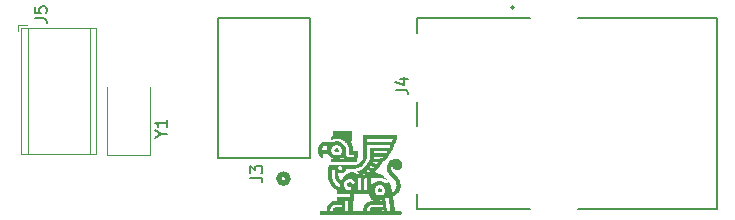
<source format=gto>
%TF.GenerationSoftware,KiCad,Pcbnew,8.0.0*%
%TF.CreationDate,2024-03-13T21:01:22-04:00*%
%TF.ProjectId,pico-ethernet,7069636f-2d65-4746-9865-726e65742e6b,rev?*%
%TF.SameCoordinates,Original*%
%TF.FileFunction,Legend,Top*%
%TF.FilePolarity,Positive*%
%FSLAX46Y46*%
G04 Gerber Fmt 4.6, Leading zero omitted, Abs format (unit mm)*
G04 Created by KiCad (PCBNEW 8.0.0) date 2024-03-13 21:01:22*
%MOMM*%
%LPD*%
G01*
G04 APERTURE LIST*
%ADD10C,0.150000*%
%ADD11C,0.120000*%
%ADD12C,0.127000*%
%ADD13C,0.200000*%
%ADD14C,0.000000*%
%ADD15C,0.152400*%
%ADD16C,0.508000*%
G04 APERTURE END LIST*
D10*
X140204819Y-113833333D02*
X140919104Y-113833333D01*
X140919104Y-113833333D02*
X141061961Y-113880952D01*
X141061961Y-113880952D02*
X141157200Y-113976190D01*
X141157200Y-113976190D02*
X141204819Y-114119047D01*
X141204819Y-114119047D02*
X141204819Y-114214285D01*
X140204819Y-112880952D02*
X140204819Y-113357142D01*
X140204819Y-113357142D02*
X140681009Y-113404761D01*
X140681009Y-113404761D02*
X140633390Y-113357142D01*
X140633390Y-113357142D02*
X140585771Y-113261904D01*
X140585771Y-113261904D02*
X140585771Y-113023809D01*
X140585771Y-113023809D02*
X140633390Y-112928571D01*
X140633390Y-112928571D02*
X140681009Y-112880952D01*
X140681009Y-112880952D02*
X140776247Y-112833333D01*
X140776247Y-112833333D02*
X141014342Y-112833333D01*
X141014342Y-112833333D02*
X141109580Y-112880952D01*
X141109580Y-112880952D02*
X141157200Y-112928571D01*
X141157200Y-112928571D02*
X141204819Y-113023809D01*
X141204819Y-113023809D02*
X141204819Y-113261904D01*
X141204819Y-113261904D02*
X141157200Y-113357142D01*
X141157200Y-113357142D02*
X141109580Y-113404761D01*
X150888628Y-123632190D02*
X151364819Y-123632190D01*
X150364819Y-123965523D02*
X150888628Y-123632190D01*
X150888628Y-123632190D02*
X150364819Y-123298857D01*
X151364819Y-122441714D02*
X151364819Y-123013142D01*
X151364819Y-122727428D02*
X150364819Y-122727428D01*
X150364819Y-122727428D02*
X150507676Y-122822666D01*
X150507676Y-122822666D02*
X150602914Y-122917904D01*
X150602914Y-122917904D02*
X150650533Y-123013142D01*
X170764819Y-119889333D02*
X171479104Y-119889333D01*
X171479104Y-119889333D02*
X171621961Y-119936952D01*
X171621961Y-119936952D02*
X171717200Y-120032190D01*
X171717200Y-120032190D02*
X171764819Y-120175047D01*
X171764819Y-120175047D02*
X171764819Y-120270285D01*
X171098152Y-118984571D02*
X171764819Y-118984571D01*
X170717200Y-119222666D02*
X171431485Y-119460761D01*
X171431485Y-119460761D02*
X171431485Y-118841714D01*
X158454819Y-127333333D02*
X159169104Y-127333333D01*
X159169104Y-127333333D02*
X159311961Y-127380952D01*
X159311961Y-127380952D02*
X159407200Y-127476190D01*
X159407200Y-127476190D02*
X159454819Y-127619047D01*
X159454819Y-127619047D02*
X159454819Y-127714285D01*
X158454819Y-126952380D02*
X158454819Y-126333333D01*
X158454819Y-126333333D02*
X158835771Y-126666666D01*
X158835771Y-126666666D02*
X158835771Y-126523809D01*
X158835771Y-126523809D02*
X158883390Y-126428571D01*
X158883390Y-126428571D02*
X158931009Y-126380952D01*
X158931009Y-126380952D02*
X159026247Y-126333333D01*
X159026247Y-126333333D02*
X159264342Y-126333333D01*
X159264342Y-126333333D02*
X159359580Y-126380952D01*
X159359580Y-126380952D02*
X159407200Y-126428571D01*
X159407200Y-126428571D02*
X159454819Y-126523809D01*
X159454819Y-126523809D02*
X159454819Y-126809523D01*
X159454819Y-126809523D02*
X159407200Y-126904761D01*
X159407200Y-126904761D02*
X159359580Y-126952380D01*
D11*
%TO.C,J5*%
X138795000Y-114385000D02*
X138795000Y-114885000D01*
X139035000Y-114625000D02*
X139035000Y-125365000D01*
X139535000Y-114385000D02*
X138795000Y-114385000D01*
X139595000Y-114625000D02*
X139595000Y-125365000D01*
X144895000Y-114625000D02*
X144895000Y-125365000D01*
X145355000Y-114625000D02*
X139035000Y-114625000D01*
X145355000Y-114625000D02*
X145355000Y-125365000D01*
X145355000Y-125365000D02*
X139035000Y-125365000D01*
%TO.C,Y1*%
X146310000Y-119656000D02*
X146310000Y-125406000D01*
X146310000Y-125406000D02*
X149910000Y-125406000D01*
X149910000Y-125406000D02*
X149910000Y-119656000D01*
D12*
%TO.C,J4*%
X172590000Y-113855000D02*
X182090000Y-113855000D01*
X172590000Y-115120000D02*
X172590000Y-113855000D01*
X172590000Y-122920000D02*
X172590000Y-120920000D01*
X172590000Y-129985000D02*
X172590000Y-128720000D01*
X172590000Y-129985000D02*
X182090000Y-129985000D01*
X186190000Y-113855000D02*
X197990000Y-113855000D01*
X186190000Y-129985000D02*
X197990000Y-129985000D01*
X197990000Y-113855000D02*
X197990000Y-129985000D01*
D13*
X180750000Y-112920000D02*
G75*
G02*
X180550000Y-112920000I-100000J0D01*
G01*
X180550000Y-112920000D02*
G75*
G02*
X180750000Y-112920000I100000J0D01*
G01*
D14*
%TO.C,G\u002A\u002A\u002A*%
G36*
X165813780Y-124833355D02*
G01*
X165865671Y-124859683D01*
X165905743Y-124900842D01*
X165935729Y-124955955D01*
X165942393Y-125012658D01*
X165925811Y-125071897D01*
X165920327Y-125082972D01*
X165881396Y-125134288D01*
X165830232Y-125168825D01*
X165771721Y-125185100D01*
X165710746Y-125181631D01*
X165660366Y-125161898D01*
X165613131Y-125123410D01*
X165583964Y-125075647D01*
X165571770Y-125022753D01*
X165575453Y-124968873D01*
X165593919Y-124918151D01*
X165626072Y-124874733D01*
X165670816Y-124842763D01*
X165727057Y-124826386D01*
X165749371Y-124825104D01*
X165813780Y-124833355D01*
G37*
G36*
X169462029Y-128231753D02*
G01*
X169512569Y-128252885D01*
X169551211Y-128287366D01*
X169577256Y-128331395D01*
X169590008Y-128381165D01*
X169588767Y-128432874D01*
X169572835Y-128482717D01*
X169541515Y-128526890D01*
X169494107Y-128561589D01*
X169463880Y-128574288D01*
X169425633Y-128584845D01*
X169395049Y-128585351D01*
X169361856Y-128574777D01*
X169333587Y-128561260D01*
X169281468Y-128523862D01*
X169249287Y-128474298D01*
X169236653Y-128411907D01*
X169236451Y-128396880D01*
X169247870Y-128335034D01*
X169278417Y-128284748D01*
X169325545Y-128248651D01*
X169386707Y-128229373D01*
X169400289Y-128227776D01*
X169462029Y-128231753D01*
G37*
G36*
X166917060Y-123374271D02*
G01*
X167077420Y-123377527D01*
X167077420Y-123711583D01*
X167077420Y-124045640D01*
X167046005Y-124112666D01*
X167022092Y-124159463D01*
X166994783Y-124206905D01*
X166979137Y-124231221D01*
X166943685Y-124282749D01*
X167017342Y-124428194D01*
X167085177Y-124582195D01*
X167131567Y-124735836D01*
X167157798Y-124894481D01*
X167165233Y-125044878D01*
X167165330Y-125118136D01*
X167388824Y-125118136D01*
X167466418Y-125118274D01*
X167523545Y-125118873D01*
X167563181Y-125120216D01*
X167588301Y-125122582D01*
X167601881Y-125126252D01*
X167606894Y-125131506D01*
X167606318Y-125138626D01*
X167606311Y-125138648D01*
X167599836Y-125166662D01*
X167590770Y-125214135D01*
X167579697Y-125277298D01*
X167567200Y-125352383D01*
X167553861Y-125435623D01*
X167540264Y-125523248D01*
X167526992Y-125611491D01*
X167514628Y-125696583D01*
X167503754Y-125774757D01*
X167494954Y-125842244D01*
X167488811Y-125895276D01*
X167487987Y-125903462D01*
X167483100Y-125948867D01*
X167477948Y-125989350D01*
X167474395Y-126011883D01*
X167468220Y-126044117D01*
X166332457Y-126044117D01*
X165196694Y-126044117D01*
X165245064Y-125906392D01*
X165264533Y-125852335D01*
X165282212Y-125805746D01*
X165296207Y-125771458D01*
X165304619Y-125754307D01*
X165304837Y-125754015D01*
X165319744Y-125747042D01*
X165353021Y-125742254D01*
X165406461Y-125739478D01*
X165413897Y-125739364D01*
X165976664Y-125739364D01*
X166172474Y-125739364D01*
X166237262Y-125739062D01*
X166293001Y-125738225D01*
X166335852Y-125736958D01*
X166361977Y-125735366D01*
X166368283Y-125734024D01*
X166362291Y-125721970D01*
X166347179Y-125697800D01*
X166338945Y-125685451D01*
X166316491Y-125646213D01*
X166298511Y-125604539D01*
X166296091Y-125597108D01*
X166282575Y-125551997D01*
X166229297Y-125595655D01*
X166193738Y-125621252D01*
X166145523Y-125651334D01*
X166093299Y-125680601D01*
X166076342Y-125689338D01*
X165976664Y-125739364D01*
X165413897Y-125739364D01*
X165464250Y-125738592D01*
X165612261Y-125737821D01*
X165547794Y-125720965D01*
X165472506Y-125695107D01*
X165390341Y-125656643D01*
X165310286Y-125610229D01*
X165246932Y-125565079D01*
X165208465Y-125529983D01*
X165164523Y-125483420D01*
X165122563Y-125433475D01*
X165108246Y-125414692D01*
X165037918Y-125319141D01*
X164907823Y-125318269D01*
X164842806Y-125318641D01*
X164775070Y-125320354D01*
X164714821Y-125323099D01*
X164688049Y-125324978D01*
X164598371Y-125332559D01*
X164598525Y-125386515D01*
X164601134Y-125421298D01*
X164607954Y-125471562D01*
X164617684Y-125530002D01*
X164629020Y-125589315D01*
X164640663Y-125642197D01*
X164650764Y-125679647D01*
X164653430Y-125695884D01*
X164646382Y-125702521D01*
X164626931Y-125699086D01*
X164592390Y-125685110D01*
X164540639Y-125660405D01*
X164442123Y-125599265D01*
X164353690Y-125519445D01*
X164278522Y-125424669D01*
X164219802Y-125318660D01*
X164195614Y-125256747D01*
X164170629Y-125152329D01*
X164160373Y-125037729D01*
X164162730Y-124968779D01*
X164530012Y-124968779D01*
X164530486Y-124999187D01*
X164532051Y-125006183D01*
X164537706Y-125012937D01*
X164550844Y-125017824D01*
X164574687Y-125021127D01*
X164612455Y-125023129D01*
X164667369Y-125024114D01*
X164738658Y-125024366D01*
X164938288Y-125024366D01*
X164938288Y-125006538D01*
X165307508Y-125006538D01*
X165308600Y-125062628D01*
X165312912Y-125103882D01*
X165321999Y-125138846D01*
X165337414Y-125176065D01*
X165338921Y-125179299D01*
X165392573Y-125268235D01*
X165461004Y-125340915D01*
X165541354Y-125396145D01*
X165630763Y-125432734D01*
X165726371Y-125449489D01*
X165825317Y-125445219D01*
X165918802Y-125420973D01*
X166007430Y-125376061D01*
X166083017Y-125312880D01*
X166143564Y-125233839D01*
X166187070Y-125141349D01*
X166205083Y-125076032D01*
X166211614Y-124988720D01*
X166197267Y-124899176D01*
X166163598Y-124811965D01*
X166112165Y-124731655D01*
X166072883Y-124688152D01*
X165994370Y-124627745D01*
X165903945Y-124586477D01*
X165827752Y-124568844D01*
X165720659Y-124564610D01*
X165621127Y-124582169D01*
X165530835Y-124620632D01*
X165451461Y-124679111D01*
X165384683Y-124756718D01*
X165345170Y-124824297D01*
X165326574Y-124864483D01*
X165315324Y-124897946D01*
X165309617Y-124933407D01*
X165307652Y-124979589D01*
X165307508Y-125006538D01*
X164938288Y-125006538D01*
X164938288Y-124825104D01*
X164938123Y-124758916D01*
X164937667Y-124700977D01*
X164936976Y-124655320D01*
X164936108Y-124625979D01*
X164935357Y-124617052D01*
X164922400Y-124611495D01*
X164892559Y-124609145D01*
X164852136Y-124609747D01*
X164807433Y-124613045D01*
X164764753Y-124618786D01*
X164735742Y-124625121D01*
X164683818Y-124647658D01*
X164632182Y-124683311D01*
X164589181Y-124725542D01*
X164568297Y-124756267D01*
X164558534Y-124783975D01*
X164548829Y-124825937D01*
X164540178Y-124875297D01*
X164533574Y-124925196D01*
X164530012Y-124968779D01*
X164162730Y-124968779D01*
X164164413Y-124919537D01*
X164182318Y-124804340D01*
X164213655Y-124698727D01*
X164235515Y-124648983D01*
X164293609Y-124556664D01*
X164369254Y-124472624D01*
X164457441Y-124401321D01*
X164553162Y-124347211D01*
X164592510Y-124331354D01*
X164646445Y-124317190D01*
X164718689Y-124305600D01*
X164804212Y-124296961D01*
X164897983Y-124291652D01*
X164994971Y-124290052D01*
X165090146Y-124292538D01*
X165100940Y-124293114D01*
X165234290Y-124300643D01*
X165227791Y-124363612D01*
X165225060Y-124398350D01*
X165224901Y-124421220D01*
X165226407Y-124426581D01*
X165238021Y-124420299D01*
X165262005Y-124404265D01*
X165278891Y-124392268D01*
X165339024Y-124356172D01*
X165415321Y-124321704D01*
X165500536Y-124291727D01*
X165587423Y-124269104D01*
X165594267Y-124267690D01*
X165700257Y-124254654D01*
X165814380Y-124255097D01*
X165925840Y-124268676D01*
X165975620Y-124279863D01*
X166093004Y-124321630D01*
X166204490Y-124381775D01*
X166306308Y-124457277D01*
X166394686Y-124545114D01*
X166465855Y-124642265D01*
X166495150Y-124696170D01*
X166517786Y-124746676D01*
X166535276Y-124794943D01*
X166548253Y-124845100D01*
X166557347Y-124901279D01*
X166563190Y-124967607D01*
X166566413Y-125048215D01*
X166567648Y-125147232D01*
X166567713Y-125170882D01*
X166568446Y-125260538D01*
X166570864Y-125330438D01*
X166575767Y-125384255D01*
X166583955Y-125425659D01*
X166596228Y-125458320D01*
X166613384Y-125485911D01*
X166636225Y-125512101D01*
X166643683Y-125519619D01*
X166669837Y-125541321D01*
X166701120Y-125558031D01*
X166740718Y-125570326D01*
X166791821Y-125578785D01*
X166857614Y-125583986D01*
X166941287Y-125586507D01*
X167015080Y-125586987D01*
X167235657Y-125586987D01*
X167235657Y-125503172D01*
X167235657Y-125419358D01*
X167054044Y-125425986D01*
X166983494Y-125428269D01*
X166932502Y-125428999D01*
X166897223Y-125427934D01*
X166873809Y-125424832D01*
X166858413Y-125419452D01*
X166848988Y-125413101D01*
X166841340Y-125405286D01*
X166835400Y-125394141D01*
X166830835Y-125376604D01*
X166827313Y-125349616D01*
X166824502Y-125310116D01*
X166822069Y-125255042D01*
X166819681Y-125181334D01*
X166818214Y-125129857D01*
X166813961Y-125013000D01*
X166807658Y-124915504D01*
X166798327Y-124833313D01*
X166784989Y-124762369D01*
X166766665Y-124698617D01*
X166742376Y-124637999D01*
X166711142Y-124576459D01*
X166671986Y-124509939D01*
X166666458Y-124501029D01*
X166620662Y-124437984D01*
X166560332Y-124369895D01*
X166491634Y-124302726D01*
X166420732Y-124242439D01*
X166353791Y-124194997D01*
X166343870Y-124189002D01*
X166213885Y-124123407D01*
X166079116Y-124077344D01*
X165935714Y-124049822D01*
X165779831Y-124039850D01*
X165764637Y-124039779D01*
X165639276Y-124044354D01*
X165528082Y-124058942D01*
X165423458Y-124084842D01*
X165349152Y-124110750D01*
X165308310Y-124126181D01*
X165277150Y-124137223D01*
X165260986Y-124142015D01*
X165259872Y-124141983D01*
X165260011Y-124130021D01*
X165261847Y-124099289D01*
X165265072Y-124054375D01*
X165269377Y-123999867D01*
X165269604Y-123997096D01*
X165281328Y-123854783D01*
X165335442Y-123830750D01*
X165377972Y-123813174D01*
X165420355Y-123797647D01*
X165433238Y-123793495D01*
X165476920Y-123780273D01*
X165480123Y-123578900D01*
X165483327Y-123377527D01*
X165641564Y-123377527D01*
X165799801Y-123377527D01*
X165803037Y-123556276D01*
X165806272Y-123735026D01*
X165852547Y-123735026D01*
X165898821Y-123735026D01*
X165902057Y-123556276D01*
X165905293Y-123377527D01*
X166057669Y-123377527D01*
X166210046Y-123377527D01*
X166213235Y-123582835D01*
X166216425Y-123788143D01*
X166268664Y-123806928D01*
X166320902Y-123825713D01*
X166324080Y-123601620D01*
X166327258Y-123377527D01*
X166485496Y-123377527D01*
X166643733Y-123377527D01*
X166639630Y-123682280D01*
X166635527Y-123987033D01*
X166682236Y-124032050D01*
X166710970Y-124057529D01*
X166728603Y-124066769D01*
X166738863Y-124061691D01*
X166739085Y-124061354D01*
X166741815Y-124045969D01*
X166744527Y-124010252D01*
X166747098Y-123957312D01*
X166749407Y-123890259D01*
X166751332Y-123812202D01*
X166752749Y-123726251D01*
X166752962Y-123708328D01*
X166756699Y-123371015D01*
X166917060Y-123374271D01*
G37*
G36*
X170872535Y-123811427D02*
G01*
X170865763Y-123885250D01*
X170850743Y-123976478D01*
X170828430Y-124080957D01*
X170799780Y-124194533D01*
X170765747Y-124313051D01*
X170735077Y-124409264D01*
X170634993Y-124675280D01*
X170515339Y-124933186D01*
X170377687Y-125180145D01*
X170223606Y-125413320D01*
X170069317Y-125612480D01*
X169995646Y-125697900D01*
X169929210Y-125768478D01*
X169864746Y-125829204D01*
X169796991Y-125885068D01*
X169729182Y-125935080D01*
X169687784Y-125965970D01*
X169653053Y-125994868D01*
X169630139Y-126017352D01*
X169624779Y-126024703D01*
X169613532Y-126043644D01*
X169592201Y-126077646D01*
X169563639Y-126122223D01*
X169530701Y-126172889D01*
X169523630Y-126183677D01*
X169424609Y-126323876D01*
X169312862Y-126463505D01*
X169193670Y-126596554D01*
X169072313Y-126717011D01*
X168994753Y-126785724D01*
X168967770Y-126809735D01*
X168950967Y-126827307D01*
X168947868Y-126833636D01*
X168960516Y-126838951D01*
X168990159Y-126849502D01*
X169031453Y-126863415D01*
X169052455Y-126870288D01*
X169183508Y-126919435D01*
X169322750Y-126983629D01*
X169463878Y-127059487D01*
X169600591Y-127143625D01*
X169724377Y-127230979D01*
X169761302Y-127260651D01*
X169804425Y-127297832D01*
X169850645Y-127339534D01*
X169896863Y-127382770D01*
X169939979Y-127424554D01*
X169976893Y-127461899D01*
X170004504Y-127491817D01*
X170019713Y-127511322D01*
X170021367Y-127517136D01*
X170008439Y-127515941D01*
X169983514Y-127505921D01*
X169976893Y-127502618D01*
X169935237Y-127484141D01*
X169876864Y-127462347D01*
X169807896Y-127439201D01*
X169734457Y-127416668D01*
X169662668Y-127396713D01*
X169599283Y-127381435D01*
X169384187Y-127346997D01*
X169165116Y-127335614D01*
X169070037Y-127337781D01*
X169009806Y-127341552D01*
X168943384Y-127347483D01*
X168875138Y-127354977D01*
X168809433Y-127363438D01*
X168750635Y-127372270D01*
X168703111Y-127380878D01*
X168671226Y-127388666D01*
X168660081Y-127393728D01*
X168659073Y-127405840D01*
X168658037Y-127437852D01*
X168657006Y-127486221D01*
X168656012Y-127547403D01*
X168655091Y-127617857D01*
X168654275Y-127694038D01*
X168653598Y-127772405D01*
X168653094Y-127849414D01*
X168652796Y-127921523D01*
X168652739Y-127985188D01*
X168652955Y-128036867D01*
X168653479Y-128073017D01*
X168653592Y-128077068D01*
X168659157Y-128073532D01*
X168673489Y-128053871D01*
X168693586Y-128022236D01*
X168695359Y-128019303D01*
X168768747Y-127915598D01*
X168855547Y-127823899D01*
X168951832Y-127747639D01*
X169053674Y-127690257D01*
X169087618Y-127676130D01*
X169151224Y-127652776D01*
X169201417Y-127637091D01*
X169246352Y-127627564D01*
X169294186Y-127622685D01*
X169353077Y-127620944D01*
X169386511Y-127620780D01*
X169482926Y-127623527D01*
X169563154Y-127633340D01*
X169633900Y-127652230D01*
X169701869Y-127682209D01*
X169773765Y-127725289D01*
X169804491Y-127746197D01*
X169870833Y-127792503D01*
X169990835Y-127762241D01*
X170046133Y-127749380D01*
X170097929Y-127739235D01*
X170138946Y-127733140D01*
X170155870Y-127731980D01*
X170176831Y-127732660D01*
X170192258Y-127737282D01*
X170205791Y-127749716D01*
X170221069Y-127773834D01*
X170241732Y-127813508D01*
X170252291Y-127834541D01*
X170329998Y-128010882D01*
X170392077Y-128196624D01*
X170436319Y-128384491D01*
X170453574Y-128496793D01*
X170459205Y-128532943D01*
X170465444Y-128557404D01*
X170469784Y-128564191D01*
X170483422Y-128558305D01*
X170509674Y-128543209D01*
X170529971Y-128530462D01*
X170603236Y-128472395D01*
X170672668Y-128397819D01*
X170732953Y-128313619D01*
X170778777Y-128226681D01*
X170792799Y-128189907D01*
X170816923Y-128085340D01*
X170824667Y-127971564D01*
X170816261Y-127855914D01*
X170791933Y-127745727D01*
X170777636Y-127704416D01*
X170755303Y-127652215D01*
X170728989Y-127602234D01*
X170696549Y-127551711D01*
X170655838Y-127497882D01*
X170604710Y-127437984D01*
X170541019Y-127369254D01*
X170462621Y-127288927D01*
X170428569Y-127254829D01*
X170367173Y-127192733D01*
X170308647Y-127131840D01*
X170255949Y-127075362D01*
X170212038Y-127026506D01*
X170179873Y-126988483D01*
X170165733Y-126969740D01*
X170095339Y-126850942D01*
X170046735Y-126732611D01*
X170018671Y-126610894D01*
X170009900Y-126489525D01*
X170012985Y-126398788D01*
X170024539Y-126319945D01*
X170046722Y-126243184D01*
X170081692Y-126158694D01*
X170083590Y-126154577D01*
X170145361Y-126048519D01*
X170225976Y-125955077D01*
X170323602Y-125875820D01*
X170436406Y-125812317D01*
X170523474Y-125778059D01*
X170570213Y-125763823D01*
X170612420Y-125754551D01*
X170657815Y-125749193D01*
X170714118Y-125746697D01*
X170757900Y-125746125D01*
X170867960Y-125750575D01*
X170961099Y-125766517D01*
X171041639Y-125795532D01*
X171113903Y-125839202D01*
X171182216Y-125899109D01*
X171185697Y-125902653D01*
X171253225Y-125987329D01*
X171299869Y-126080118D01*
X171325198Y-126178375D01*
X171328779Y-126279457D01*
X171310180Y-126380721D01*
X171277402Y-126463385D01*
X171225250Y-126543247D01*
X171158249Y-126608243D01*
X171079901Y-126657369D01*
X170993704Y-126689624D01*
X170903161Y-126704004D01*
X170811772Y-126699508D01*
X170723038Y-126675133D01*
X170656939Y-126641048D01*
X170590789Y-126586734D01*
X170536016Y-126518302D01*
X170494818Y-126440634D01*
X170469395Y-126358613D01*
X170461944Y-126277119D01*
X170468630Y-126222866D01*
X170474206Y-126188810D01*
X170470126Y-126175523D01*
X170455549Y-126182758D01*
X170429636Y-126210267D01*
X170428892Y-126211145D01*
X170382024Y-126284173D01*
X170353368Y-126368530D01*
X170343667Y-126459910D01*
X170353666Y-126554008D01*
X170363253Y-126591132D01*
X170381032Y-126641549D01*
X170403956Y-126689845D01*
X170434195Y-126738923D01*
X170473919Y-126791688D01*
X170525297Y-126851041D01*
X170590499Y-126919888D01*
X170663985Y-126993540D01*
X170723945Y-127053888D01*
X170783386Y-127115945D01*
X170838353Y-127175420D01*
X170884892Y-127228019D01*
X170919047Y-127269451D01*
X170923169Y-127274851D01*
X170985754Y-127367154D01*
X171043594Y-127469445D01*
X171092234Y-127573154D01*
X171125586Y-127664269D01*
X171159416Y-127813748D01*
X171170775Y-127963191D01*
X171160548Y-128110556D01*
X171129622Y-128253800D01*
X171078882Y-128390881D01*
X171009212Y-128519756D01*
X170921500Y-128638384D01*
X170816630Y-128744722D01*
X170695488Y-128836727D01*
X170591174Y-128896774D01*
X170556729Y-128915349D01*
X170539244Y-128929715D01*
X170534190Y-128945028D01*
X170535756Y-128959828D01*
X170539233Y-128981191D01*
X170545459Y-129021567D01*
X170553803Y-129076768D01*
X170563631Y-129142609D01*
X170574313Y-129214906D01*
X170575147Y-129220582D01*
X170601456Y-129399547D01*
X170624548Y-129556304D01*
X170644570Y-129691847D01*
X170661673Y-129807168D01*
X170676004Y-129903260D01*
X170687713Y-129981116D01*
X170696948Y-130041727D01*
X170703858Y-130086086D01*
X170708593Y-130115187D01*
X170711299Y-130130021D01*
X170711760Y-130131911D01*
X170719661Y-130137500D01*
X170741121Y-130141597D01*
X170778508Y-130144363D01*
X170834186Y-130145960D01*
X170910524Y-130146551D01*
X170925757Y-130146563D01*
X171001162Y-130146721D01*
X171056979Y-130147471D01*
X171097063Y-130149223D01*
X171125267Y-130152388D01*
X171145447Y-130157378D01*
X171161457Y-130164604D01*
X171175202Y-130173169D01*
X171219986Y-130215116D01*
X171245669Y-130265174D01*
X171252475Y-130318717D01*
X171240632Y-130371119D01*
X171210366Y-130417754D01*
X171161903Y-130453996D01*
X171161451Y-130454228D01*
X171156602Y-130456264D01*
X171149781Y-130458160D01*
X171140181Y-130459923D01*
X171126993Y-130461557D01*
X171109410Y-130463066D01*
X171086623Y-130464455D01*
X171057826Y-130465730D01*
X171022210Y-130466896D01*
X170978967Y-130467957D01*
X170927290Y-130468918D01*
X170866371Y-130469783D01*
X170795401Y-130470559D01*
X170713574Y-130471250D01*
X170620081Y-130471860D01*
X170514114Y-130472396D01*
X170394866Y-130472860D01*
X170261529Y-130473259D01*
X170113296Y-130473597D01*
X169949357Y-130473880D01*
X169768906Y-130474112D01*
X169571134Y-130474297D01*
X169355234Y-130474442D01*
X169120399Y-130474550D01*
X168865819Y-130474628D01*
X168590688Y-130474678D01*
X168294197Y-130474708D01*
X167975539Y-130474720D01*
X167780696Y-130474722D01*
X167448842Y-130474717D01*
X167139622Y-130474698D01*
X166852229Y-130474660D01*
X166585855Y-130474599D01*
X166339692Y-130474509D01*
X166112933Y-130474386D01*
X165904770Y-130474224D01*
X165714394Y-130474020D01*
X165540999Y-130473767D01*
X165383775Y-130473462D01*
X165241916Y-130473099D01*
X165114614Y-130472673D01*
X165001060Y-130472179D01*
X164900447Y-130471613D01*
X164811968Y-130470969D01*
X164734814Y-130470243D01*
X164668177Y-130469430D01*
X164611250Y-130468525D01*
X164563225Y-130467522D01*
X164523294Y-130466418D01*
X164490649Y-130465207D01*
X164464483Y-130463884D01*
X164443987Y-130462445D01*
X164428354Y-130460884D01*
X164416776Y-130459197D01*
X164408446Y-130457378D01*
X164402554Y-130455423D01*
X164399942Y-130454228D01*
X164350379Y-130417238D01*
X164319156Y-130368608D01*
X164307720Y-130312737D01*
X164317520Y-130254024D01*
X164326925Y-130232250D01*
X164342329Y-130205417D01*
X164359811Y-130184812D01*
X164382528Y-130169625D01*
X164413636Y-130159045D01*
X164456291Y-130152262D01*
X164513650Y-130148464D01*
X164588867Y-130146841D01*
X164660459Y-130146563D01*
X164888963Y-130146563D01*
X165204493Y-130146563D01*
X165315932Y-130146563D01*
X165427372Y-130146563D01*
X165433407Y-130071375D01*
X165448604Y-129991239D01*
X165480159Y-129927868D01*
X165528362Y-129880958D01*
X165593502Y-129850206D01*
X165656216Y-129837244D01*
X165711892Y-129830537D01*
X165711892Y-129988550D01*
X165711892Y-130146563D01*
X165758777Y-130146563D01*
X165805662Y-130146563D01*
X165805662Y-129988325D01*
X165805662Y-129830088D01*
X165952178Y-129830088D01*
X166098694Y-129830088D01*
X166098694Y-129988325D01*
X166098694Y-130146563D01*
X166139718Y-130146563D01*
X166180743Y-130146563D01*
X166438611Y-130146563D01*
X166585127Y-130146563D01*
X166731642Y-130146563D01*
X166731642Y-129891105D01*
X167096502Y-129891105D01*
X167096595Y-129970161D01*
X167097029Y-130036489D01*
X167097788Y-130087298D01*
X167098854Y-130119795D01*
X167099970Y-130130882D01*
X167105466Y-130135018D01*
X167119787Y-130138394D01*
X167144907Y-130141080D01*
X167182800Y-130143143D01*
X167235441Y-130144652D01*
X167304803Y-130145676D01*
X167392862Y-130146283D01*
X167501591Y-130146541D01*
X167551764Y-130146563D01*
X167997540Y-130146563D01*
X168311002Y-130146563D01*
X168429721Y-130146563D01*
X168548440Y-130146563D01*
X168548505Y-130090887D01*
X168556799Y-130009889D01*
X168581972Y-129943589D01*
X168608272Y-129906672D01*
X168646938Y-129872473D01*
X168694113Y-129851213D01*
X168755797Y-129840486D01*
X168777005Y-129839015D01*
X168835611Y-129835949D01*
X168838882Y-129991256D01*
X168842152Y-130146563D01*
X168889959Y-130146563D01*
X168937767Y-130146563D01*
X168933574Y-129991256D01*
X168929381Y-129835949D01*
X169072967Y-129832658D01*
X169216552Y-129829367D01*
X169216552Y-129987965D01*
X169216552Y-130146563D01*
X169263438Y-130146563D01*
X169310323Y-130146563D01*
X169310323Y-129988325D01*
X169310323Y-129830088D01*
X169456839Y-129830088D01*
X169603354Y-129830088D01*
X169603354Y-129988325D01*
X169603354Y-130146563D01*
X169667821Y-130146563D01*
X169703133Y-130145283D01*
X169726549Y-130141982D01*
X169732288Y-130138781D01*
X169730677Y-130116708D01*
X169726290Y-130076429D01*
X169719798Y-130022924D01*
X169711870Y-129961173D01*
X169703177Y-129896159D01*
X169694388Y-129832862D01*
X169686174Y-129776262D01*
X169679205Y-129731342D01*
X169674150Y-129703082D01*
X169673038Y-129698338D01*
X169657368Y-129663161D01*
X169634451Y-129647811D01*
X169617288Y-129646463D01*
X169579284Y-129645377D01*
X169523041Y-129644569D01*
X169451161Y-129644054D01*
X169366243Y-129643848D01*
X169270889Y-129643966D01*
X169167701Y-129644423D01*
X169116221Y-129644767D01*
X168995935Y-129645687D01*
X168896746Y-129646583D01*
X168816309Y-129647587D01*
X168752281Y-129648827D01*
X168702315Y-129650434D01*
X168664067Y-129652539D01*
X168635193Y-129655271D01*
X168613348Y-129658761D01*
X168596186Y-129663139D01*
X168581364Y-129668535D01*
X168566536Y-129675080D01*
X168566022Y-129675315D01*
X168485872Y-129724596D01*
X168418497Y-129791344D01*
X168366198Y-129872055D01*
X168331275Y-129963225D01*
X168316323Y-130055723D01*
X168311002Y-130146563D01*
X167997540Y-130146563D01*
X167997540Y-130071405D01*
X168008444Y-129940127D01*
X168040209Y-129813622D01*
X168091417Y-129695136D01*
X168160650Y-129587912D01*
X168246488Y-129495194D01*
X168251431Y-129490785D01*
X168346685Y-129419250D01*
X168451263Y-129365615D01*
X168567848Y-129328879D01*
X168699128Y-129308046D01*
X168753562Y-129304085D01*
X168831706Y-129300021D01*
X169328609Y-129300021D01*
X169337304Y-129303057D01*
X169341999Y-129303263D01*
X169368233Y-129306628D01*
X169409421Y-129315035D01*
X169458031Y-129326889D01*
X169474420Y-129331287D01*
X169530975Y-129346685D01*
X169568461Y-129355743D01*
X169590437Y-129358247D01*
X169600461Y-129353980D01*
X169602093Y-129342727D01*
X169598892Y-129324274D01*
X169598790Y-129323762D01*
X169592948Y-129289578D01*
X169586660Y-129245524D01*
X169583989Y-129224131D01*
X169578022Y-129189585D01*
X169570466Y-129167018D01*
X169565456Y-129161976D01*
X169548874Y-129168241D01*
X169524141Y-129183405D01*
X169522908Y-129184277D01*
X169498008Y-129200077D01*
X169459390Y-129222443D01*
X169414205Y-129247270D01*
X169400398Y-129254605D01*
X169358079Y-129277526D01*
X169334842Y-129292088D01*
X169328609Y-129300021D01*
X168831706Y-129300021D01*
X168894217Y-129296770D01*
X168836736Y-129256871D01*
X168769681Y-129203583D01*
X168700378Y-129136935D01*
X168636523Y-129064795D01*
X168596178Y-129010855D01*
X168579586Y-128984650D01*
X169850702Y-128984650D01*
X169851599Y-129010022D01*
X169852640Y-129018390D01*
X169855817Y-129039824D01*
X169862109Y-129081441D01*
X169871059Y-129140252D01*
X169882206Y-129213273D01*
X169895094Y-129297515D01*
X169909263Y-129389994D01*
X169924253Y-129487721D01*
X169939608Y-129587711D01*
X169954867Y-129686978D01*
X169969572Y-129782533D01*
X169983264Y-129871392D01*
X169995485Y-129950568D01*
X170005776Y-130017073D01*
X170013678Y-130067922D01*
X170018733Y-130100127D01*
X170020075Y-130108468D01*
X170026383Y-130146563D01*
X170172367Y-130146563D01*
X170227769Y-130145901D01*
X170273521Y-130144096D01*
X170305176Y-130141415D01*
X170318286Y-130138125D01*
X170318406Y-130137772D01*
X170316720Y-130124240D01*
X170311933Y-130090504D01*
X170304491Y-130039532D01*
X170294840Y-129974292D01*
X170283427Y-129897752D01*
X170270700Y-129812882D01*
X170257104Y-129722648D01*
X170243087Y-129630019D01*
X170229097Y-129537963D01*
X170215578Y-129449449D01*
X170202979Y-129367444D01*
X170191746Y-129294918D01*
X170185781Y-129256761D01*
X170159249Y-129087817D01*
X170060051Y-129056619D01*
X170007755Y-129039000D01*
X169957556Y-129020105D01*
X169918521Y-129003392D01*
X169911505Y-128999928D01*
X169880817Y-128984866D01*
X169859221Y-128975715D01*
X169854285Y-128974435D01*
X169850702Y-128984650D01*
X168579586Y-128984650D01*
X168569811Y-128969211D01*
X168541843Y-128920454D01*
X168514911Y-128869781D01*
X168491650Y-128822389D01*
X168474698Y-128783476D01*
X168466691Y-128758238D01*
X168466391Y-128754992D01*
X168462186Y-128751570D01*
X168448503Y-128748680D01*
X168423737Y-128746283D01*
X168386284Y-128744339D01*
X168334541Y-128742811D01*
X168266903Y-128741657D01*
X168181766Y-128740840D01*
X168077526Y-128740321D01*
X167952580Y-128740060D01*
X167851162Y-128740010D01*
X167715212Y-128740046D01*
X167600854Y-128740197D01*
X167506238Y-128740525D01*
X167429514Y-128741090D01*
X167368831Y-128741955D01*
X167322338Y-128743182D01*
X167288187Y-128744833D01*
X167264526Y-128746970D01*
X167249504Y-128749654D01*
X167241273Y-128752947D01*
X167237981Y-128756911D01*
X167237653Y-128760522D01*
X167238077Y-128777929D01*
X167238292Y-128815038D01*
X167238302Y-128868108D01*
X167238107Y-128933398D01*
X167237709Y-129007169D01*
X167237514Y-129035387D01*
X167235657Y-129289740D01*
X167168260Y-129293255D01*
X167100863Y-129296770D01*
X167097408Y-129705986D01*
X167096767Y-129802116D01*
X167096502Y-129891105D01*
X166731642Y-129891105D01*
X166731642Y-129718736D01*
X166731642Y-129290910D01*
X166585127Y-129290910D01*
X166438611Y-129290910D01*
X166438611Y-129718736D01*
X166438611Y-130146563D01*
X166180743Y-130146563D01*
X166180743Y-129930271D01*
X166180174Y-129842258D01*
X166178105Y-129774827D01*
X166173997Y-129725136D01*
X166167306Y-129690344D01*
X166157491Y-129667609D01*
X166144012Y-129654089D01*
X166126770Y-129647053D01*
X166107938Y-129645353D01*
X166069254Y-129644143D01*
X166014304Y-129643455D01*
X165946673Y-129643317D01*
X165869947Y-129643762D01*
X165814954Y-129644404D01*
X165529648Y-129648408D01*
X165451280Y-129687007D01*
X165366883Y-129740737D01*
X165299995Y-129809831D01*
X165251095Y-129893544D01*
X165220660Y-129991129D01*
X165211011Y-130061583D01*
X165204493Y-130146563D01*
X164888963Y-130146563D01*
X164896852Y-130049862D01*
X164918706Y-129907480D01*
X164959548Y-129777020D01*
X165018509Y-129659655D01*
X165094720Y-129556561D01*
X165187313Y-129468909D01*
X165295417Y-129397875D01*
X165418166Y-129344631D01*
X165419141Y-129344301D01*
X165473714Y-129327625D01*
X165524960Y-129316549D01*
X165581662Y-129309627D01*
X165652603Y-129305412D01*
X165656216Y-129305265D01*
X165793941Y-129299742D01*
X165793941Y-129290910D01*
X165793941Y-129137088D01*
X165793941Y-128974435D01*
X166356562Y-128974435D01*
X166919183Y-128974435D01*
X166919183Y-128857222D01*
X166919183Y-128740010D01*
X166356562Y-128740010D01*
X165793941Y-128740010D01*
X165793941Y-128564742D01*
X165793941Y-128389475D01*
X165690429Y-128336014D01*
X165593750Y-128278299D01*
X165499253Y-128207649D01*
X165415159Y-128130562D01*
X165376230Y-128087667D01*
X165269588Y-127946022D01*
X165177191Y-127793798D01*
X165101254Y-127635473D01*
X165043989Y-127475530D01*
X165014135Y-127354716D01*
X164995265Y-127220644D01*
X164987572Y-127073462D01*
X164988098Y-127046286D01*
X165325228Y-127046286D01*
X165334788Y-127192706D01*
X165362432Y-127337654D01*
X165406609Y-127478523D01*
X165465766Y-127612705D01*
X165538350Y-127737592D01*
X165622810Y-127850578D01*
X165717593Y-127949054D01*
X165821146Y-128030414D01*
X165931918Y-128092049D01*
X165953241Y-128101147D01*
X165990193Y-128114761D01*
X166018460Y-128122587D01*
X166030792Y-128123144D01*
X166034663Y-128109734D01*
X166037746Y-128078095D01*
X166039654Y-128033435D01*
X166040087Y-127996899D01*
X166039791Y-127942502D01*
X166038260Y-127906868D01*
X166034527Y-127885318D01*
X166029984Y-127877322D01*
X166370310Y-127877322D01*
X166370625Y-127977861D01*
X166391282Y-128077192D01*
X166431317Y-128171055D01*
X166489764Y-128255189D01*
X166502033Y-128268830D01*
X166576477Y-128333050D01*
X166662309Y-128380976D01*
X166754744Y-128410883D01*
X166848994Y-128421046D01*
X166910392Y-128416012D01*
X166954347Y-128408747D01*
X166954347Y-128405953D01*
X168976343Y-128405953D01*
X168977396Y-128466076D01*
X168981170Y-128509884D01*
X168988729Y-128544450D01*
X169001134Y-128576843D01*
X169002469Y-128579774D01*
X169056147Y-128669423D01*
X169126766Y-128743557D01*
X169212326Y-128800336D01*
X169269298Y-128825058D01*
X169331790Y-128839212D01*
X169406028Y-128843511D01*
X169482667Y-128838335D01*
X169552363Y-128824063D01*
X169584839Y-128812255D01*
X169671612Y-128761465D01*
X169744258Y-128694667D01*
X169800800Y-128615127D01*
X169839257Y-128526115D01*
X169857648Y-128430898D01*
X169857510Y-128362137D01*
X169838067Y-128263370D01*
X169797775Y-128174470D01*
X169737745Y-128097105D01*
X169659089Y-128032939D01*
X169623891Y-128012007D01*
X169591210Y-127994846D01*
X169564467Y-127983506D01*
X169537356Y-127976783D01*
X169503572Y-127973472D01*
X169456810Y-127972369D01*
X169415814Y-127972266D01*
X169357044Y-127972572D01*
X169315410Y-127974291D01*
X169284607Y-127978629D01*
X169258329Y-127986789D01*
X169230271Y-127999976D01*
X169207737Y-128012007D01*
X169122030Y-128071189D01*
X169052669Y-128146186D01*
X169007450Y-128222221D01*
X168992552Y-128256963D01*
X168983273Y-128288832D01*
X168978345Y-128325310D01*
X168976503Y-128373878D01*
X168976343Y-128405953D01*
X166954347Y-128405953D01*
X166954347Y-128400093D01*
X167552132Y-128400093D01*
X167675205Y-128400093D01*
X167798278Y-128400093D01*
X168103031Y-128400093D01*
X168226105Y-128400093D01*
X168349178Y-128400093D01*
X168349178Y-127902630D01*
X168348936Y-127766008D01*
X168348198Y-127652088D01*
X168346944Y-127560134D01*
X168345157Y-127489412D01*
X168342817Y-127439185D01*
X168339908Y-127408719D01*
X168336444Y-127397298D01*
X168319797Y-127394700D01*
X168285702Y-127394259D01*
X168240053Y-127395955D01*
X168213370Y-127397700D01*
X168103031Y-127405972D01*
X168103031Y-127903033D01*
X168103031Y-128400093D01*
X167798278Y-128400093D01*
X167798278Y-127894358D01*
X167798278Y-127388623D01*
X167708600Y-127396204D01*
X167660185Y-127399930D01*
X167616756Y-127402635D01*
X167587119Y-127403777D01*
X167585527Y-127403785D01*
X167552132Y-127403785D01*
X167552132Y-127901939D01*
X167552132Y-128400093D01*
X166954347Y-128400093D01*
X166954347Y-128282519D01*
X166954347Y-128156290D01*
X166884280Y-128156290D01*
X166806148Y-128146731D01*
X166740208Y-128119617D01*
X166688573Y-128077292D01*
X166653358Y-128022103D01*
X166636679Y-127956393D01*
X166640087Y-127885486D01*
X166662717Y-127820790D01*
X166703043Y-127770225D01*
X166758923Y-127735436D01*
X166828214Y-127718065D01*
X166860627Y-127716358D01*
X166907318Y-127718915D01*
X166944884Y-127728787D01*
X166979791Y-127749260D01*
X167018504Y-127783621D01*
X167043449Y-127809301D01*
X167077189Y-127843183D01*
X167102342Y-127862511D01*
X167124951Y-127871047D01*
X167145111Y-127872636D01*
X167194262Y-127862526D01*
X167232323Y-127834952D01*
X167257318Y-127794050D01*
X167267271Y-127743954D01*
X167260206Y-127688798D01*
X167248059Y-127657197D01*
X167200837Y-127585676D01*
X167136115Y-127526593D01*
X167057219Y-127481625D01*
X166967476Y-127452451D01*
X166870214Y-127440751D01*
X166821258Y-127441874D01*
X166715850Y-127460279D01*
X166620518Y-127499193D01*
X166537088Y-127557180D01*
X166467382Y-127632807D01*
X166413227Y-127724639D01*
X166391302Y-127779837D01*
X166370310Y-127877322D01*
X166029984Y-127877322D01*
X166027627Y-127873173D01*
X166016595Y-127865756D01*
X166012634Y-127863890D01*
X165984707Y-127845973D01*
X165946359Y-127814455D01*
X165902191Y-127773733D01*
X165856804Y-127728204D01*
X165814801Y-127682264D01*
X165786338Y-127647668D01*
X165732818Y-127569414D01*
X165681342Y-127478504D01*
X165636917Y-127384576D01*
X165604862Y-127298293D01*
X165590617Y-127234659D01*
X165581160Y-127156366D01*
X165576529Y-127069996D01*
X165576758Y-126982128D01*
X165578786Y-126949373D01*
X165873228Y-126949373D01*
X165881221Y-127030485D01*
X165899806Y-127148149D01*
X165932545Y-127255292D01*
X165964499Y-127327596D01*
X165986235Y-127367349D01*
X166013635Y-127411494D01*
X166043470Y-127455541D01*
X166072509Y-127494997D01*
X166097524Y-127525369D01*
X166115284Y-127542166D01*
X166120156Y-127544096D01*
X166128951Y-127534380D01*
X166145809Y-127508694D01*
X166167729Y-127471738D01*
X166178129Y-127453256D01*
X166262680Y-127324177D01*
X166366608Y-127205763D01*
X166487300Y-127100564D01*
X166569922Y-127045764D01*
X167985819Y-127045764D01*
X167986677Y-127060206D01*
X167992346Y-127069020D01*
X168007468Y-127073595D01*
X168036684Y-127075322D01*
X168084637Y-127075589D01*
X168085450Y-127075589D01*
X168130474Y-127074849D01*
X168164909Y-127072874D01*
X168183371Y-127070032D01*
X168185080Y-127068776D01*
X168178509Y-127055823D01*
X168161185Y-127029688D01*
X168136695Y-126995178D01*
X168108627Y-126957100D01*
X168080567Y-126920263D01*
X168056102Y-126889474D01*
X168038819Y-126869541D01*
X168032762Y-126864606D01*
X168025561Y-126875053D01*
X168015860Y-126902053D01*
X168005348Y-126939091D01*
X167995712Y-126979654D01*
X167988640Y-127017229D01*
X167985820Y-127045302D01*
X167985819Y-127045764D01*
X166569922Y-127045764D01*
X166622139Y-127011131D01*
X166644085Y-126998873D01*
X166729187Y-126956701D01*
X166822800Y-126917401D01*
X166916906Y-126883957D01*
X167003488Y-126859355D01*
X167039609Y-126851637D01*
X167078830Y-126844963D01*
X167106369Y-126843698D01*
X167130987Y-126849454D01*
X167161447Y-126863842D01*
X167189749Y-126879260D01*
X167302780Y-126931913D01*
X167433745Y-126975715D01*
X167458361Y-126982393D01*
X167499793Y-126992280D01*
X167549128Y-127002588D01*
X167601359Y-127012464D01*
X167651483Y-127021057D01*
X167694491Y-127027518D01*
X167725380Y-127030996D01*
X167739143Y-127030638D01*
X167739422Y-127030163D01*
X167729235Y-127017950D01*
X167700404Y-126995731D01*
X167654827Y-126964795D01*
X167594404Y-126926429D01*
X167521033Y-126881921D01*
X167519778Y-126881175D01*
X167398922Y-126809279D01*
X167455015Y-126794522D01*
X167569896Y-126762228D01*
X167667316Y-126729755D01*
X167703478Y-126714946D01*
X168325922Y-126714946D01*
X168326831Y-126756197D01*
X168329022Y-126789390D01*
X168332523Y-126808231D01*
X168333550Y-126809907D01*
X168347892Y-126813146D01*
X168380286Y-126815616D01*
X168425348Y-126817007D01*
X168459554Y-126817181D01*
X168577743Y-126816642D01*
X168460530Y-126706065D01*
X168417260Y-126665800D01*
X168379877Y-126632058D01*
X168351737Y-126607788D01*
X168336194Y-126595943D01*
X168334527Y-126595253D01*
X168330597Y-126605790D01*
X168327834Y-126633448D01*
X168326266Y-126671931D01*
X168325922Y-126714946D01*
X167703478Y-126714946D01*
X167753141Y-126694608D01*
X167833238Y-126654291D01*
X167913473Y-126606308D01*
X167943331Y-126586803D01*
X168092347Y-126473743D01*
X168225126Y-126344290D01*
X168273844Y-126283388D01*
X168574851Y-126283388D01*
X168576757Y-126295105D01*
X168584192Y-126324628D01*
X168595930Y-126367316D01*
X168608704Y-126411604D01*
X168645527Y-126536850D01*
X168687823Y-126529779D01*
X168720453Y-126523202D01*
X168766053Y-126512630D01*
X168814991Y-126500300D01*
X168817015Y-126499766D01*
X168865769Y-126486733D01*
X168899088Y-126476021D01*
X168916131Y-126465707D01*
X168916058Y-126453867D01*
X168898027Y-126438577D01*
X168861198Y-126417913D01*
X168804730Y-126389951D01*
X168759462Y-126368094D01*
X168699987Y-126339628D01*
X168648335Y-126315369D01*
X168607977Y-126296908D01*
X168582383Y-126285838D01*
X168574851Y-126283388D01*
X168273844Y-126283388D01*
X168340633Y-126199897D01*
X168437831Y-126042015D01*
X168459154Y-125995478D01*
X168743939Y-125995478D01*
X168744002Y-125998221D01*
X168756941Y-126006231D01*
X168786593Y-126022442D01*
X168828847Y-126044759D01*
X168879594Y-126071089D01*
X168934723Y-126099340D01*
X168990125Y-126127418D01*
X169041689Y-126153230D01*
X169085306Y-126174682D01*
X169116866Y-126189683D01*
X169132258Y-126196138D01*
X169132817Y-126196238D01*
X169142140Y-126188264D01*
X169159465Y-126168408D01*
X169162120Y-126165124D01*
X169184742Y-126135229D01*
X169210615Y-126098599D01*
X169236137Y-126060677D01*
X169257708Y-126026908D01*
X169271726Y-126002732D01*
X169275122Y-125994301D01*
X169263954Y-125991811D01*
X169232603Y-125989595D01*
X169184323Y-125987758D01*
X169122374Y-125986405D01*
X169050012Y-125985642D01*
X169003225Y-125985510D01*
X168910018Y-125985864D01*
X168838865Y-125986970D01*
X168788386Y-125988896D01*
X168757204Y-125991709D01*
X168743939Y-125995478D01*
X168459154Y-125995478D01*
X168515686Y-125872097D01*
X168565993Y-125717362D01*
X168923521Y-125717362D01*
X169225343Y-125713711D01*
X169318979Y-125712426D01*
X169392204Y-125710955D01*
X169448053Y-125709072D01*
X169489557Y-125706550D01*
X169519750Y-125703163D01*
X169541663Y-125698684D01*
X169558331Y-125692887D01*
X169568191Y-125688089D01*
X169601630Y-125667742D01*
X169637721Y-125642070D01*
X169671125Y-125615384D01*
X169696502Y-125591997D01*
X169708515Y-125576221D01*
X169708846Y-125574481D01*
X169697691Y-125571849D01*
X169666484Y-125569552D01*
X169618615Y-125567605D01*
X169557472Y-125566023D01*
X169486445Y-125564823D01*
X169408923Y-125564020D01*
X169328295Y-125563629D01*
X169247949Y-125563666D01*
X169171275Y-125564147D01*
X169101661Y-125565087D01*
X169042497Y-125566503D01*
X168997172Y-125568408D01*
X168969075Y-125570820D01*
X168967475Y-125571068D01*
X168923521Y-125578333D01*
X168923521Y-125647848D01*
X168923521Y-125717362D01*
X168565993Y-125717362D01*
X168568367Y-125710061D01*
X168573802Y-125684797D01*
X168578388Y-125651746D01*
X168582256Y-125608477D01*
X168585535Y-125552562D01*
X168588356Y-125481570D01*
X168590850Y-125393072D01*
X168593146Y-125284640D01*
X168594135Y-125229488D01*
X168596049Y-125118136D01*
X168923521Y-125118136D01*
X168923521Y-125193465D01*
X168924647Y-125235842D01*
X168928921Y-125260133D01*
X168937687Y-125271626D01*
X168944033Y-125274187D01*
X168960111Y-125275373D01*
X168996885Y-125276382D01*
X169051612Y-125277193D01*
X169121546Y-125277782D01*
X169203943Y-125278126D01*
X169296057Y-125278202D01*
X169395143Y-125277988D01*
X169398232Y-125277977D01*
X169831919Y-125276373D01*
X169898823Y-125243519D01*
X169946915Y-125214437D01*
X169988719Y-125179554D01*
X170002369Y-125164401D01*
X170039011Y-125118136D01*
X169481266Y-125118136D01*
X168923521Y-125118136D01*
X168596049Y-125118136D01*
X168601186Y-124819244D01*
X169406867Y-124813383D01*
X170212548Y-124807522D01*
X170252287Y-124724595D01*
X170272286Y-124681918D01*
X170288716Y-124645137D01*
X170298457Y-124621267D01*
X170299190Y-124619104D01*
X170300000Y-124615102D01*
X170298745Y-124611610D01*
X170293958Y-124608598D01*
X170284175Y-124606037D01*
X170267929Y-124603898D01*
X170243756Y-124602152D01*
X170210188Y-124600770D01*
X170165761Y-124599721D01*
X170109009Y-124598977D01*
X170038466Y-124598509D01*
X169952667Y-124598288D01*
X169850146Y-124598283D01*
X169729437Y-124598466D01*
X169589075Y-124598807D01*
X169427594Y-124599278D01*
X169322700Y-124599602D01*
X168339047Y-124602664D01*
X168334781Y-125097756D01*
X168330515Y-125592848D01*
X168298043Y-125698275D01*
X168240473Y-125856029D01*
X168169405Y-125997105D01*
X168082638Y-126125367D01*
X167999552Y-126222291D01*
X167897800Y-126320394D01*
X167794175Y-126399405D01*
X167682707Y-126463310D01*
X167562428Y-126514277D01*
X167510605Y-126532513D01*
X167462789Y-126547259D01*
X167415651Y-126558879D01*
X167365864Y-126567737D01*
X167310097Y-126574194D01*
X167245025Y-126578614D01*
X167167318Y-126581359D01*
X167073648Y-126582793D01*
X166960687Y-126583280D01*
X166929583Y-126583295D01*
X166566964Y-126583295D01*
X166554926Y-126615529D01*
X166504158Y-126721062D01*
X166436848Y-126809993D01*
X166352916Y-126882410D01*
X166269813Y-126930401D01*
X166173590Y-126964921D01*
X166074083Y-126980040D01*
X165976979Y-126975145D01*
X165936146Y-126966402D01*
X165873228Y-126949373D01*
X165578786Y-126949373D01*
X165581884Y-126899343D01*
X165591943Y-126828220D01*
X165602074Y-126788486D01*
X165625337Y-126718227D01*
X165595519Y-126650761D01*
X165565701Y-126583295D01*
X165493638Y-126583295D01*
X165421576Y-126583295D01*
X165390264Y-126667771D01*
X165368595Y-126738752D01*
X165349733Y-126823898D01*
X165335266Y-126913961D01*
X165326784Y-126999695D01*
X165325228Y-127046286D01*
X164988098Y-127046286D01*
X164990561Y-126918992D01*
X165003735Y-126763057D01*
X165026597Y-126611478D01*
X165049013Y-126512590D01*
X165888967Y-126512590D01*
X165898617Y-126568151D01*
X165925330Y-126618100D01*
X165963899Y-126653769D01*
X166009577Y-126671962D01*
X166064694Y-126676990D01*
X166119278Y-126668835D01*
X166153733Y-126654139D01*
X166199702Y-126615433D01*
X166225247Y-126566519D01*
X166232136Y-126512716D01*
X166221651Y-126455797D01*
X166193267Y-126403658D01*
X166151585Y-126364184D01*
X166142172Y-126358565D01*
X166107752Y-126348708D01*
X166061376Y-126346038D01*
X166013257Y-126350120D01*
X165973609Y-126360520D01*
X165962631Y-126366205D01*
X165920950Y-126406221D01*
X165896403Y-126456815D01*
X165888967Y-126512590D01*
X165049013Y-126512590D01*
X165058650Y-126470077D01*
X165099399Y-126344678D01*
X165100510Y-126341838D01*
X165123067Y-126284403D01*
X166223317Y-126278387D01*
X167323567Y-126272370D01*
X167399755Y-126245191D01*
X167530162Y-126187220D01*
X167645659Y-126111472D01*
X167708745Y-126056752D01*
X167806841Y-125951069D01*
X167884700Y-125840207D01*
X167945529Y-125719145D01*
X167975117Y-125639733D01*
X168002310Y-125557684D01*
X168008716Y-124649285D01*
X168012849Y-124063222D01*
X168337457Y-124063222D01*
X168337457Y-124174574D01*
X168337457Y-124285926D01*
X169378120Y-124285926D01*
X170418783Y-124285926D01*
X170449827Y-124206132D01*
X170466518Y-124161701D01*
X170480502Y-124121749D01*
X170488766Y-124094883D01*
X170488792Y-124094780D01*
X170496713Y-124063222D01*
X169417085Y-124063222D01*
X168337457Y-124063222D01*
X168012849Y-124063222D01*
X168015122Y-123740887D01*
X169445117Y-123740887D01*
X170875113Y-123740887D01*
X170872535Y-123811427D01*
G37*
D15*
%TO.C,J3*%
X155723001Y-113779100D02*
X155723001Y-125640900D01*
X155723001Y-125640900D02*
X163520801Y-125640900D01*
X163520801Y-113779100D02*
X155723001Y-113779100D01*
X163520801Y-125640900D02*
X163520801Y-113779100D01*
D16*
X161631000Y-127418900D02*
G75*
G02*
X160869000Y-127418900I-381000J0D01*
G01*
X160869000Y-127418900D02*
G75*
G02*
X161631000Y-127418900I381000J0D01*
G01*
%TD*%
M02*

</source>
